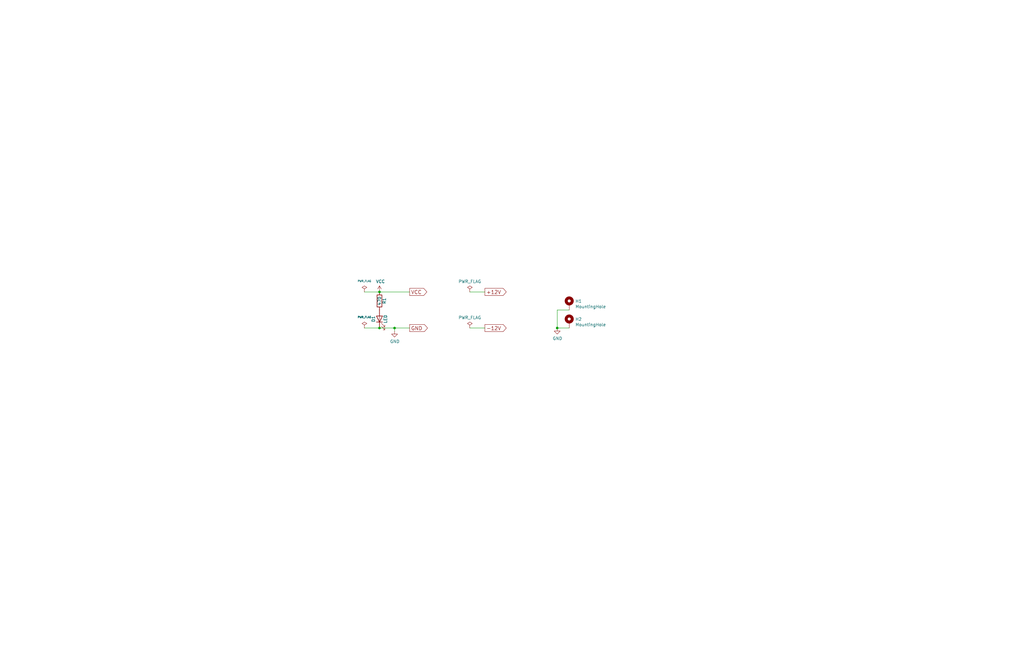
<source format=kicad_sch>
(kicad_sch (version 20211123) (generator eeschema)
  (paper "B")
  (lib_symbols
    (symbol "power:GND" (power) (pin_names (offset 0))
      (property "Value" "GND" (at 0 -3.81 0))
      (symbol "GND_0_1"
        (polyline (pts (xy 0 0) (xy 0 -1.27) (xy 1.27 -1.27) (xy 0 -2.54) (xy -1.27 -1.27) (xy 0 -1.27)))
      )
      (symbol "GND_1_1"
        (pin power_in line (at 0 0 270) (length 0) hide (name "GND") (number "1"))
      )
    )
    (symbol "power:PWR_FLAG" (power) (pin_numbers hide) (pin_names (offset 0) hide)
      (property "Value" "PWR_FLAG" (at 0 3.81 0))
      (symbol "PWR_FLAG_0_0"
        (pin power_out line (at 0 0 90) (length 0) (name "pwr") (number "1"))
      )
      (symbol "PWR_FLAG_0_1"
        (polyline (pts (xy 0 0) (xy 0 1.27) (xy -1.016 1.905) (xy 0 2.54) (xy 1.016 1.905) (xy 0 1.27)))
      )
    )
    (symbol "power:VCC" (power) (pin_names (offset 0))
      (property "Value" "VCC" (at 0 3.81 0))
      (symbol "VCC_0_1"
        (polyline (pts (xy -0.762 1.27) (xy 0 2.54)))
        (polyline (pts (xy 0 0) (xy 0 2.54)))
        (polyline (pts (xy 0 2.54) (xy 0.762 1.27)))
      )
      (symbol "VCC_1_1"
        (pin power_in line (at 0 0 90) (length 0) hide (name "VCC") (number "1"))
      )
    )
    (symbol "template.prototyping-rescue:LED-device" (pin_numbers hide) (pin_names (offset 1.016) hide)
      (property "Reference" "D" (at 0 2.54 0))
      (property "Value" "LED-device" (at 0 -2.54 0))
      (symbol "LED-device_0_1"
        (polyline (pts (xy -1.27 -1.27) (xy -1.27 1.27)) (stroke (width 0.254)))
        (polyline (pts (xy -1.27 0) (xy 1.27 0)))
        (polyline (pts (xy 1.27 -1.27) (xy 1.27 1.27) (xy -1.27 0) (xy 1.27 -1.27)) (stroke (width 0.254)))
        (polyline (pts (xy -3.048 -0.762) (xy -4.572 -2.286) (xy -3.81 -2.286) (xy -4.572 -2.286) (xy -4.572 -1.524)))
        (polyline (pts (xy -1.778 -0.762) (xy -3.302 -2.286) (xy -2.54 -2.286) (xy -3.302 -2.286) (xy -3.302 -1.524)))
      )
      (symbol "LED-device_1_1"
        (pin passive line (at -3.81 0 0) (length 2.54) (name "K") (number "1"))
        (pin passive line (at 3.81 0 180) (length 2.54) (name "A") (number "2"))
      )
    )
    (symbol "template.prototyping-rescue:MountingHole_Pad-mechanical" (pin_numbers hide) (pin_names (offset 1.016) hide)
      (property "Reference" "H" (at 0 6.35 0))
      (property "Value" "MountingHole_Pad-mechanical" (at 0 4.445 0))
      (symbol "MountingHole_Pad-mechanical_0_1"
        (circle (center 0 1.27) (radius 1.27) (stroke (width 1.27)))
      )
      (symbol "MountingHole_Pad-mechanical_1_1"
        (pin input line (at 0 -2.54 90) (length 2.54) (name "1") (number "1"))
      )
    )
    (symbol "template.prototyping-rescue:R-device" (pin_numbers hide) (pin_names (offset 0))
      (property "Reference" "R" (at 2.032 0 90))
      (property "Value" "R-device" (at 0 0 90))
      (symbol "R-device_0_1"
        (rectangle (start -1.016 -2.54) (end 1.016 2.54) (stroke (width 0.254)))
      )
      (symbol "R-device_1_1"
        (pin passive line (at 0 3.81 270) (length 1.27) (name "~") (number "1"))
        (pin passive line (at 0 -3.81 90) (length 1.27) (name "~") (number "2"))
      )
    )
  )
  (junction (at 166.37 138.43))
  (junction (at 234.95 138.43))
  (junction (at 160.02 123.19))
  (junction (at 160.02 138.43))
  (wire (pts (xy 160.02 138.43) (xy 166.37 138.43)))
  (wire (pts (xy 160.02 123.19) (xy 153.67 123.19)))
  (wire (pts (xy 204.47 138.43) (xy 198.12 138.43)))
  (wire (pts (xy 204.47 123.19) (xy 198.12 123.19)))
  (wire (pts (xy 240.03 130.81) (xy 234.95 130.81)))
  (wire (pts (xy 166.37 138.43) (xy 166.37 139.7)))
  (wire (pts (xy 234.95 130.81) (xy 234.95 138.43)))
  (wire (pts (xy 153.67 138.43) (xy 160.02 138.43)))
  (wire (pts (xy 240.03 138.43) (xy 234.95 138.43)))
  (wire (pts (xy 166.37 138.43) (xy 172.72 138.43)))
  (wire (pts (xy 160.02 123.19) (xy 172.72 123.19)))
  (global_label "-12V" (shape output) (at 204.47 138.43 0) (effects (font (size 1.524 1.524))) (property "Intersheet References" "${INTERSHEET_REFS}" (effects hide)))
  (global_label "VCC" (shape output) (at 172.72 123.19 0) (effects (font (size 1.524 1.524))) (property "Intersheet References" "${INTERSHEET_REFS}" (effects hide)))
  (global_label "+12V" (shape output) (at 204.47 123.19 0) (effects (font (size 1.524 1.524))) (property "Intersheet References" "${INTERSHEET_REFS}" (effects hide)))
  (global_label "GND" (shape output) (at 172.72 138.43 0) (effects (font (size 1.524 1.524))) (property "Intersheet References" "${INTERSHEET_REFS}" (effects hide)))
  (symbol (lib_id "power:GND") (at 234.95 138.43 0) (unit 1)
    (property "Reference" "#PWR0103" (effects hide))
    (property "Value" "GND" (at 235.077 142.8242 0))
  )
  (symbol (lib_id "template.prototyping-rescue:MountingHole_Pad-mechanical") (at 240.03 128.27 0) (unit 1)
    (property "Reference" "H1" (at 242.57 127.1016 0) (effects (justify left)))
    (property "Value" "MountingHole" (at 242.57 129.413 0) (effects (justify left)))
    (property "Footprint" "MountingHole:MountingHole_3.2mm_M3_Pad" (effects hide))
  )
  (symbol (lib_id "template.prototyping-rescue:MountingHole_Pad-mechanical") (at 240.03 135.89 0) (unit 1)
    (property "Reference" "H2" (at 242.57 134.7216 0) (effects (justify left)))
    (property "Value" "MountingHole" (at 242.57 137.033 0) (effects (justify left)))
    (property "Footprint" "MountingHole:MountingHole_3.2mm_M3_Pad" (effects hide))
  )
  (symbol (lib_id "power:PWR_FLAG") (at 153.67 123.19 0) (unit 1)
    (property "Reference" "#FLG0101" (effects hide))
    (property "Value" "PWR_FLAG" (at 153.67 118.618 0) (effects (font (size 0.762 0.762))))
  )
  (symbol (lib_id "power:PWR_FLAG") (at 153.67 138.43 0) (unit 1)
    (property "Reference" "#FLG0102" (effects hide))
    (property "Value" "PWR_FLAG" (at 153.67 133.858 0) (effects (font (size 0.762 0.762))))
  )
  (symbol (lib_id "template.prototyping-rescue:LED-device") (at 160.02 134.62 90) (unit 1)
    (property "Reference" "D1" (at 157.48 134.62 0))
    (property "Value" "LED" (at 162.56 134.62 0))
    (property "Footprint" "LED_THT:LED_D3.0mm_Horizontal_O3.81mm_Z2.0mm" (effects hide))
  )
  (symbol (lib_id "template.prototyping-rescue:R-device") (at 160.02 127 0) (unit 1)
    (property "Reference" "R1" (at 162.052 127 90))
    (property "Value" "470" (at 160.02 127 90))
    (property "Footprint" "Resistor_THT:R_Axial_DIN0207_L6.3mm_D2.5mm_P7.62mm_Horizontal" (effects hide))
  )
  (symbol (lib_id "power:VCC") (at 160.02 123.19 0) (unit 1)
    (property "Reference" "#PWR0101" (effects hide))
    (property "Value" "VCC" (at 160.401 118.7958 0))
  )
  (symbol (lib_id "power:GND") (at 166.37 139.7 0) (unit 1)
    (property "Reference" "#PWR0102" (effects hide))
    (property "Value" "GND" (at 166.497 144.0942 0))
  )
  (symbol (lib_id "power:PWR_FLAG") (at 198.12 123.19 0) (unit 1)
    (property "Reference" "#FLG0103" (effects hide))
    (property "Value" "PWR_FLAG" (at 198.12 118.7958 0))
  )
  (symbol (lib_id "power:PWR_FLAG") (at 198.12 138.43 0) (unit 1)
    (property "Reference" "#FLG0104" (effects hide))
    (property "Value" "PWR_FLAG" (at 198.12 134.0358 0))
  )
)
</source>
